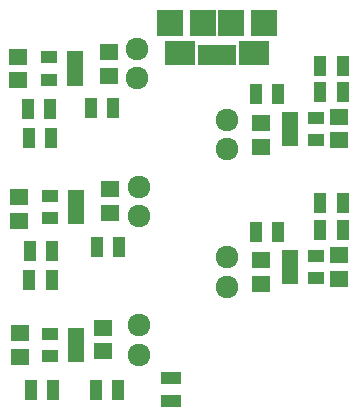
<source format=gts>
G04 #@! TF.FileFunction,Soldermask,Top*
%FSLAX46Y46*%
G04 Gerber Fmt 4.6, Leading zero omitted, Abs format (unit mm)*
G04 Created by KiCad (PCBNEW 4.0.1-stable) date 3/12/2016 12:27:59 PM*
%MOMM*%
G01*
G04 APERTURE LIST*
%ADD10C,0.100000*%
%ADD11R,1.650000X1.400000*%
%ADD12R,0.800000X1.750000*%
%ADD13R,2.500000X2.000000*%
%ADD14R,2.300000X2.300000*%
%ADD15R,2.200000X2.300000*%
%ADD16C,1.924000*%
%ADD17R,1.100000X1.700000*%
%ADD18R,1.700000X1.100000*%
%ADD19R,1.460000X1.050000*%
G04 APERTURE END LIST*
D10*
D11*
X92651256Y-93760308D03*
X92651256Y-95760308D03*
X92710000Y-105629200D03*
X92710000Y-107629200D03*
X92760800Y-117160800D03*
X92760800Y-119160800D03*
X100330000Y-93361000D03*
X100330000Y-95361000D03*
X100431600Y-104968800D03*
X100431600Y-106968800D03*
X99822000Y-116703600D03*
X99822000Y-118703600D03*
X119824500Y-100822000D03*
X119824500Y-98822000D03*
X119824500Y-112556800D03*
X119824500Y-110556800D03*
X113233200Y-101396800D03*
X113233200Y-99396800D03*
X113233200Y-112963200D03*
X113233200Y-110963200D03*
D12*
X110780500Y-93607000D03*
X110130500Y-93607000D03*
X109480500Y-93607000D03*
X108830500Y-93607000D03*
X108180500Y-93607000D03*
D13*
X112580500Y-93482000D03*
X106380500Y-93482000D03*
D14*
X110680500Y-90932000D03*
X108280500Y-90932000D03*
D15*
X105480500Y-90932000D03*
X113480500Y-90932000D03*
D16*
X102743000Y-93091000D03*
X102743000Y-95591000D03*
X102852800Y-104769600D03*
X102852800Y-107269600D03*
X102852800Y-116504400D03*
X102852800Y-119004400D03*
X110354800Y-101580000D03*
X110354800Y-99080000D03*
X110354800Y-113213200D03*
X110354800Y-110713200D03*
D17*
X98813256Y-98062308D03*
X100713256Y-98062308D03*
X99278400Y-109880400D03*
X101178400Y-109880400D03*
X99227600Y-121970800D03*
X101127600Y-121970800D03*
X95379256Y-98189308D03*
X93479256Y-98189308D03*
X95539600Y-110236000D03*
X93639600Y-110236000D03*
X95590400Y-121970800D03*
X93690400Y-121970800D03*
X95440256Y-100602308D03*
X93540256Y-100602308D03*
X95488800Y-112674400D03*
X93588800Y-112674400D03*
D18*
X105600500Y-122870000D03*
X105600500Y-120970000D03*
D17*
X114640400Y-96926400D03*
X112740400Y-96926400D03*
X114640400Y-108610400D03*
X112740400Y-108610400D03*
X118239500Y-96774000D03*
X120139500Y-96774000D03*
X118239500Y-108394500D03*
X120139500Y-108394500D03*
X118239500Y-94551500D03*
X120139500Y-94551500D03*
X118239500Y-106108500D03*
X120139500Y-106108500D03*
D19*
X97477256Y-95710308D03*
X97477256Y-94760308D03*
X97477256Y-93810308D03*
X95277256Y-93810308D03*
X95277256Y-95710308D03*
X97518400Y-107426800D03*
X97518400Y-106476800D03*
X97518400Y-105526800D03*
X95318400Y-105526800D03*
X95318400Y-107426800D03*
X97518400Y-119110800D03*
X97518400Y-118160800D03*
X97518400Y-117210800D03*
X95318400Y-117210800D03*
X95318400Y-119110800D03*
X115638400Y-98922800D03*
X115638400Y-99872800D03*
X115638400Y-100822800D03*
X117838400Y-100822800D03*
X117838400Y-98922800D03*
X115689200Y-110606800D03*
X115689200Y-111556800D03*
X115689200Y-112506800D03*
X117889200Y-112506800D03*
X117889200Y-110606800D03*
M02*

</source>
